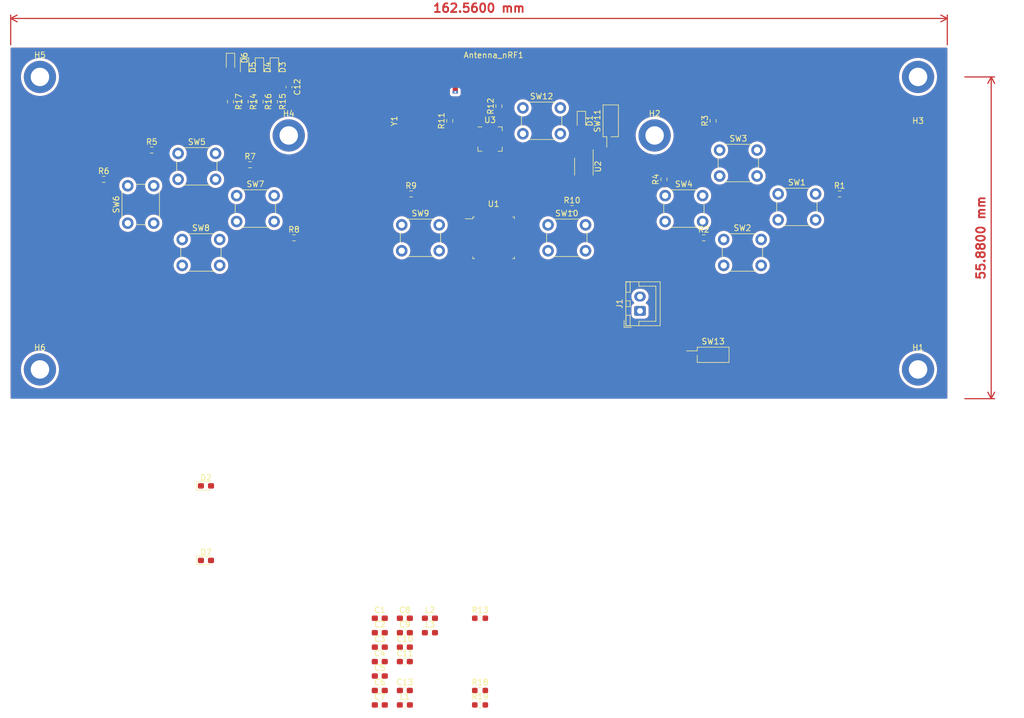
<source format=kicad_pcb>
(kicad_pcb (version 20221018) (generator pcbnew)
  (layers (0 "F.Cu" signal) (31 "B.Cu" signal) (34 "B.Paste" user) (35 "F.Paste" user) (36 "B.SilkS" user "B.Silkscreen") (37 "F.SilkS" user "F.Silkscreen") (38 "B.Mask" user) (39 "F.Mask" user) (44 "Edge.Cuts" user))
  (net 0 "")
  (net 1 "Antenna")
  (net 2 "A_Button")
  (net 3 "Glob_Alim")
  (net 4 "Return_ANT")
  (net 5 "Net-(C4-Pad2)")
  (net 6 "Net-(U3-XC1)")
  (net 7 "Net-(U3-XC2)")
  (net 8 "Net-(U3-DVDD)")
  (net 9 "Net-(U2-BP)")
  (net 10 "Li-ion")
  (net 11 "Net-(D1-A)")
  (net 12 "Net-(D2-K)")
  (net 13 "LED_Order")
  (net 14 "Net-(D3-A)")
  (net 15 "Net-(D4-A)")
  (net 16 "Net-(D5-A)")
  (net 17 "Net-(D6-A)")
  (net 18 "Net-(D7-K)")
  (net 19 "Net-(U3-ANT1)")
  (net 20 "Net-(U3-ANT2)")
  (net 21 "Net-(R1-Pad1)")
  (net 22 "Net-(R2-Pad1)")
  (net 23 "Net-(R3-Pad1)")
  (net 24 "Net-(R4-Pad1)")
  (net 25 "Net-(R5-Pad1)")
  (net 26 "Net-(R6-Pad1)")
  (net 27 "Net-(R7-Pad1)")
  (net 28 "Net-(R8-Pad1)")
  (net 29 "Net-(R9-Pad1)")
  (net 30 "Net-(R10-Pad1)")
  (net 31 "Net-(U3-IREF)")
  (net 32 "Order_Search")
  (net 33 "Net-(R19-Pad1)")
  (net 34 "Net-(U2-IN)")
  (net 40 "RX{slash}TX")
  (net 43 "Pin_Clock")
  (net 44 "Digital_Out_Put")
  (net 45 "MOSI")
  (footprint "Resistor_SMD:R_0603_1608Metric_Pad0.98x0.95mm_HandSolder" (layer "F.Cu") (at 140.6125 71.12)
    (fp_text reference "R9" (at 0 -1.43) (layer "F.SilkS"))
    (fp_text value "1K")
    (pad "1" smd roundrect (at -0.9125 0) (size 0.975 0.95) (layers "F.Cu" "F.Paste" "F.Mask") (net 29 "Net-(R9-Pad1)"))
    (pad "2" smd roundrect (at 0.9125 0) (size 0.975 0.95) (layers "F.Cu" "F.Paste" "F.Mask") (net 2 "A_Button"))
  )
  (footprint "Package_SO:MSOP-8_3x3mm_P0.65mm" (layer "F.Cu") (at 170.6075 66.365 -90)
    (fp_text reference "U2" (at 0 -2.45 90) (layer "F.SilkS"))
    (fp_text value "MIC5219-3.3YMM")
    (pad "1" smd roundrect (at -2.1125 -0.975 270) (size 1.625 0.4) (layers "F.Cu" "F.Paste" "F.Mask"))
    (pad "2" smd roundrect (at -2.1125 -0.325 270) (size 1.625 0.4) (layers "F.Cu" "F.Paste" "F.Mask") (net 34 "Net-(U2-IN)"))
    (pad "3" smd roundrect (at -2.1125 0.325 270) (size 1.625 0.4) (layers "F.Cu" "F.Paste" "F.Mask") (net 11 "Net-(D1-A)"))
    (pad "4" smd roundrect (at -2.1125 0.975 270) (size 1.625 0.4) (layers "F.Cu" "F.Paste" "F.Mask") (net 9 "Net-(U2-BP)"))
    (pad "5" smd roundrect (at 2.1125 0.975 270) (size 1.625 0.4) (layers "F.Cu" "F.Paste" "F.Mask") (net 2 "A_Button"))
    (pad "6" smd roundrect (at 2.1125 0.325 270) (size 1.625 0.4) (layers "F.Cu" "F.Paste" "F.Mask") (net 2 "A_Button"))
    (pad "7" smd roundrect (at 2.1125 -0.325 270) (size 1.625 0.4) (layers "F.Cu" "F.Paste" "F.Mask") (net 2 "A_Button"))
    (pad "8" smd roundrect (at 2.1125 -0.975 270) (size 1.625 0.4) (layers "F.Cu" "F.Paste" "F.Mask") (net 2 "A_Button"))
  )
  (footprint "Resistor_SMD:R_0603_1608Metric_Pad0.98x0.95mm_HandSolder" (layer "F.Cu") (at 112.6725 66.04)
    (fp_text reference "R7" (at 0 -1.43) (layer "F.SilkS"))
    (fp_text value "1K")
    (pad "1" smd roundrect (at -0.9125 0) (size 0.975 0.95) (layers "F.Cu" "F.Paste" "F.Mask") (net 27 "Net-(R7-Pad1)"))
    (pad "2" smd roundrect (at 0.9125 0) (size 0.975 0.95) (layers "F.Cu" "F.Paste" "F.Mask") (net 2 "A_Button"))
  )
  (footprint "Resistor_SMD:R_0603_1608Metric_Pad0.98x0.95mm_HandSolder" (layer "F.Cu") (at 152.5825 159.87)
    (fp_text reference "R19" (at 0 -1.43) (layer "F.SilkS"))
    (fp_text value "1K")
    (pad "1" smd roundrect (at -0.9125 0) (size 0.975 0.95) (layers "F.Cu" "F.Paste" "F.Mask") (net 33 "Net-(R19-Pad1)"))
    (pad "2" smd roundrect (at 0.9125 0) (size 0.975 0.95) (layers "F.Cu" "F.Paste" "F.Mask") (net 2 "A_Button"))
  )
  (footprint "Oscillator:Oscillator_SMD_EuroQuartz_XO91-4Pin_7.0x5.0mm" (layer "F.Cu") (at 141.8 58.46 90)
    (fp_text reference "Y1" (at 0 -4.1 90) (layer "F.SilkS"))
    (fp_text value "16MHz")
    (pad "1" smd rect (at -2.5 2.1 90) (size 2 2) (layers "F.Cu" "F.Paste" "F.Mask") (net 7 "Net-(U3-XC2)"))
    (pad "2" smd rect (at 2.5 2.1 90) (size 2 2) (layers "F.Cu" "F.Paste" "F.Mask") (net 6 "Net-(U3-XC1)"))
    (pad "3" smd rect (at 2.5 -2.1 90) (size 2 2) (layers "F.Cu" "F.Paste" "F.Mask"))
    (pad "4" smd rect (at -2.5 -2.1 90) (size 2 2) (layers "F.Cu" "F.Paste" "F.Mask"))
  )
  (footprint "Button_Switch_THT:SW_PUSH_6mm_H5mm" (layer "F.Cu") (at 184.71 71.41)
    (fp_text reference "SW4" (at 3.25 -2) (layer "F.SilkS"))
    (fp_text value "SW_Push")
    (pad "1" thru_hole circle (at 0 0 90) (size 2 2) (drill 1.1) (layers "*.Cu" "*.Mask") (net 24 "Net-(R4-Pad1)"))
    (pad "1" thru_hole circle (at 6.5 0 90) (size 2 2) (drill 1.1) (layers "*.Cu" "*.Mask") (net 24 "Net-(R4-Pad1)"))
    (pad "2" thru_hole circle (at 0 4.5 90) (size 2 2) (drill 1.1) (layers "*.Cu" "*.Mask") (net 3 "Glob_Alim"))
    (pad "2" thru_hole circle (at 6.5 4.5 90) (size 2 2) (drill 1.1) (layers "*.Cu" "*.Mask") (net 3 "Glob_Alim"))
  )
  (footprint "MountingHole:MountingHole_3.2mm_M3_DIN965_Pad" (layer "F.Cu") (at 228.6 101.6)
    (fp_text reference "H1" (at 0 -3.8) (layer "F.SilkS"))
    (fp_text value "MountingHole_Pad")
    (pad "1" thru_hole circle (at 0 0) (size 5.6 5.6) (drill 3.2) (layers "*.Cu" "*.Mask") (net 2 "A_Button"))
  )
  (footprint "Resistor_SMD:R_0603_1608Metric_Pad0.98x0.95mm_HandSolder" (layer "F.Cu") (at 116.89 55.09 -90)
    (fp_text reference "R15" (at 0 -1.43 90) (layer "F.SilkS"))
    (fp_text value "R_Small")
    (pad "1" smd roundrect (at -0.9125 0 270) (size 0.975 0.95) (layers "F.Cu" "F.Paste" "F.Mask") (net 10 "Li-ion"))
    (pad "2" smd roundrect (at 0.9125 0 270) (size 0.975 0.95) (layers "F.Cu" "F.Paste" "F.Mask") (net 14 "Net-(D3-A)"))
  )
  (footprint "Inductor_SMD:L_0603_1608Metric_Pad1.05x0.95mm_HandSolder" (layer "F.Cu") (at 143.8825 147.32)
    (fp_text reference "L3" (at 0 -1.43) (layer "F.SilkS"))
    (fp_text value "8.2nF")
    (pad "1" smd roundrect (at -0.875 0) (size 1.05 0.95) (layers "F.Cu" "F.Paste" "F.Mask") (net 20 "Net-(U3-ANT2)"))
    (pad "2" smd roundrect (at 0.875 0) (size 1.05 0.95) (layers "F.Cu" "F.Paste" "F.Mask") (net 19 "Net-(U3-ANT1)"))
  )
  (footprint "Resistor_SMD:R_0603_1608Metric_Pad0.98x0.95mm_HandSolder" (layer "F.Cu") (at 152.5825 144.81)
    (fp_text reference "R13" (at 0 -1.43) (layer "F.SilkS"))
    (fp_text value "1K")
    (pad "1" smd roundrect (at -0.9125 0) (size 0.975 0.95) (layers "F.Cu" "F.Paste" "F.Mask") (net 32 "Order_Search"))
    (pad "2" smd roundrect (at 0.9125 0) (size 0.975 0.95) (layers "F.Cu" "F.Paste" "F.Mask") (net 2 "A_Button"))
  )
  (footprint "Button_Switch_SMD:SW_DIP_SPSTx01_Slide_Copal_CHS-01B_W7.62mm_P1.27mm" (layer "F.Cu") (at 193.04 99.06)
    (fp_text reference "SW13" (at 0 -2.33) (layer "F.SilkS"))
    (fp_text value "SW_DIP_x01")
    (pad "1" smd rect (at -3.81 0) (size 1.6 0.76) (layers "F.Cu" "F.Paste" "F.Mask") (net 33 "Net-(R19-Pad1)"))
    (pad "2" smd rect (at 3.81 0) (size 1.6 0.76) (layers "F.Cu" "F.Paste" "F.Mask") (net 3 "Glob_Alim"))
  )
  (footprint "LED_SMD:LED_0603_1608Metric_Pad1.05x0.95mm_HandSolder" (layer "F.Cu") (at 114.3 49.135 -90)
    (fp_text reference "D4" (at 0 -1.43 90) (layer "F.SilkS"))
    (fp_text value "LED")
    (pad "1" smd roundrect (at -0.875 0 270) (size 1.05 0.95) (layers "F.Cu" "F.Paste" "F.Mask") (net 2 "A_Button"))
    (pad "2" smd roundrect (at 0.875 0 270) (size 1.05 0.95) (layers "F.Cu" "F.Paste" "F.Mask") (net 15 "Net-(D4-A)"))
  )
  (footprint "LED_SMD:LED_0603_1608Metric_Pad1.05x0.95mm_HandSolder" (layer "F.Cu") (at 109.27 48.345 -90)
    (fp_text reference "D6" (at -0.87 -2.44 90) (layer "F.SilkS"))
    (fp_text value "LED")
    (pad "1" smd roundrect (at -0.875 0 270) (size 1.05 0.95) (layers "F.Cu" "F.Paste" "F.Mask") (net 2 "A_Button"))
    (pad "2" smd roundrect (at 0.875 0 270) (size 1.05 0.95) (layers "F.Cu" "F.Paste" "F.Mask") (net 17 "Net-(D6-A)"))
  )
  (footprint "LED_SMD:LED_0603_1608Metric_Pad1.05x0.95mm_HandSolder" (layer "F.Cu") (at 116.89 49.135 -90)
    (fp_text reference "D3" (at 0 -1.43 90) (layer "F.SilkS"))
    (fp_text value "LED")
    (pad "1" smd roundrect (at -0.875 0 270) (size 1.05 0.95) (layers "F.Cu" "F.Paste" "F.Mask") (net 2 "A_Button"))
    (pad "2" smd roundrect (at 0.875 0 270) (size 1.05 0.95) (layers "F.Cu" "F.Paste" "F.Mask") (net 14 "Net-(D3-A)"))
  )
  (footprint "Capacitor_SMD:C_0603_1608Metric_Pad1.08x0.95mm_HandSolder" (layer "F.Cu") (at 135.1825 149.83)
    (fp_text reference "C3" (at 0 -1.43) (layer "F.SilkS"))
    (fp_text value "2.2nF")
    (pad "1" smd roundrect (at -0.8625 0) (size 1.075 0.95) (layers "F.Cu" "F.Paste" "F.Mask") (net 4 "Return_ANT"))
    (pad "2" smd roundrect (at 0.8625 0) (size 1.075 0.95) (layers "F.Cu" "F.Paste" "F.Mask") (net 2 "A_Button"))
  )
  (footprint "Capacitor_SMD:C_0603_1608Metric_Pad1.08x0.95mm_HandSolder" (layer "F.Cu") (at 139.5325 157.36)
    (fp_text reference "C13" (at 0 -1.43) (layer "F.SilkS"))
    (fp_text value "1u")
    (pad "1" smd roundrect (at -0.8625 0) (size 1.075 0.95) (layers "F.Cu" "F.Paste" "F.Mask") (net 10 "Li-ion"))
    (pad "2" smd roundrect (at 0.8625 0) (size 1.075 0.95) (layers "F.Cu" "F.Paste" "F.Mask") (net 2 "A_Button"))
  )
  (footprint "Resistor_SMD:R_0603_1608Metric_Pad0.98x0.95mm_HandSolder" (layer "F.Cu") (at 191.4125 78.74)
    (fp_text reference "R2" (at 0 -1.43) (layer "F.SilkS"))
    (fp_text value "1K")
    (pad "1" smd roundrect (at -0.9125 0) (size 0.975 0.95) (layers "F.Cu" "F.Paste" "F.Mask") (net 22 "Net-(R2-Pad1)"))
    (pad "2" smd roundrect (at 0.9125 0) (size 0.975 0.95) (layers "F.Cu" "F.Paste" "F.Mask") (net 2 "A_Button"))
  )
  (footprint "Button_Switch_THT:SW_PUSH_6mm_H5mm" (layer "F.Cu") (at 100.89 79.03)
    (fp_text reference "SW8" (at 3.25 -2) (layer "F.SilkS"))
    (fp_text value "SW_Push")
    (pad "1" thru_hole circle (at 0 0 90) (size 2 2) (drill 1.1) (layers "*.Cu" "*.Mask") (net 28 "Net-(R8-Pad1)"))
    (pad "1" thru_hole circle (at 6.5 0 90) (size 2 2) (drill 1.1) (layers "*.Cu" "*.Mask") (net 28 "Net-(R8-Pad1)"))
    (pad "2" thru_hole circle (at 0 4.5 90) (size 2 2) (drill 1.1) (layers "*.Cu" "*.Mask") (net 3 "Glob_Alim"))
    (pad "2" thru_hole circle (at 6.5 4.5 90) (size 2 2) (drill 1.1) (layers "*.Cu" "*.Mask") (net 3 "Glob_Alim"))
  )
  (footprint "Package_QFP:LQFP-32_7x7mm_P0.8mm" (layer "F.Cu") (at 154.94 78.74)
    (fp_text reference "U1" (at 0 -5.88) (layer "F.SilkS"))
    (fp_text value "STM32L412KBTx")
    (pad "1" smd roundrect (at -4.175 -2.8) (size 1.5 0.5) (layers "F.Cu" "F.Paste" "F.Mask") (net 18 "Net-(D7-K)"))
    (pad "2" smd roundrect (at -4.175 -2) (size 1.5 0.5) (layers "F.Cu" "F.Paste" "F.Mask"))
    (pad "3" smd roundrect (at -4.175 -1.2) (size 1.5 0.5) (layers "F.Cu" "F.Paste" "F.Mask"))
    (pad "4" smd roundrect (at -4.175 -0.4) (size 1.5 0.5) (layers "F.Cu" "F.Paste" "F.Mask"))
    (pad "5" smd roundrect (at -4.175 0.4) (size 1.5 0.5) (layers "F.Cu" "F.Paste" "F.Mask") (net 18 "Net-(D7-K)"))
    (pad "6" smd roundrect (at -4.175 1.2) (size 1.5 0.5) (layers "F.Cu" "F.Paste" "F.Mask") (net 2 "A_Button"))
    (pad "7" smd roundrect (at -4.175 2) (size 1.5 0.5) (layers "F.Cu" "F.Paste" "F.Mask") (net 2 "A_Button"))
    (pad "8" smd roundrect (at -4.175 2.8) (size 1.5 0.5) (layers "F.Cu" "F.Paste" "F.Mask") (net 2 "A_Button"))
    (pad "9" smd roundrect (at -2.8 4.175) (size 0.5 1.5) (layers "F.Cu" "F.Paste" "F.Mask") (net 2 "A_Button"))
    (pad "10" smd roundrect (at -2 4.175) (size 0.5 1.5) (layers "F.Cu" "F.Paste" "F.Mask") (net 2 "A_Button"))
    (pad "11" smd roundrect (at -1.2 4.175) (size 0.5 1.5) (layers "F.Cu" "F.Paste" "F.Mask") (net 2 "A_Button"))
    (pad "12" smd roundrect (at -0.4 4.175) (size 0.5 1.5) (layers "F.Cu" "F.Paste" "F.Mask") (net 2 "A_Button"))
    (pad "13" smd roundrect (at 0.4 4.175) (size 0.5 1.5) (layers "F.Cu" "F.Paste" "F.Mask") (net 2 "A_Button"))
    (pad "14" smd roundrect (at 1.2 4.175) (size 0.5 1.5) (layers "F.Cu" "F.Paste" "F.Mask"))
    (pad "15" smd roundrect (at 2 4.175) (size 0.5 1.5) (layers "F.Cu" "F.Paste" "F.Mask"))
    (pad "16" smd roundrect (at 2.8 4.175) (size 0.5 1.5) (layers "F.Cu" "F.Paste" "F.Mask") (net 2 "A_Button"))
    (pad "17" smd roundrect (at 4.175 2.8) (size 1.5 0.5) (layers "F.Cu" "F.Paste" "F.Mask") (net 18 "Net-(D7-K)"))
    (pad "18" smd roundrect (at 4.175 2) (size 1.5 0.5) (layers "F.Cu" "F.Paste" "F.Mask") (net 2 "A_Button"))
    (pad "19" smd roundrect (at 4.175 1.2) (size 1.5 0.5) (layers "F.Cu" "F.Paste" "F.Mask") (net 2 "A_Button"))
    (pad "20" smd roundrect (at 4.175 0.4) (size 1.5 0.5) (layers "F.Cu" "F.Paste" "F.Mask") (net 32 "Order_Search"))
    (pad "21" smd roundrect (at 4.175 -0.4) (size 1.5 0.5) (layers "F.Cu" "F.Paste" "F.Mask") (net 40 "RX{slash}TX"))
    (pad "22" smd roundrect (at 4.175 -1.2) (size 1.5 0.5) (layers "F.Cu" "F.Paste" "F.Mask") (net 13 "LED_Order"))
    (pad "23" smd roundrect (at 4.175 -2) (size 1.5 0.5) (layers "F.Cu" "F.Paste" "F.Mask") (net 2 "A_Button"))
    (pad "24" smd roundrect (at 4.175 -2.8) (size 1.5 0.5) (layers "F.Cu" "F.Paste" "F.Mask"))
    (pad "25" smd roundrect (at 2.8 -4.175) (size 0.5 1.5) (layers "F.Cu" "F.Paste" "F.Mask"))
    (pad "26" smd roundrect (at 2 -4.175) (size 0.5 1.5) (layers "F.Cu" "F.Paste" "F.Mask") (net 43 "Pin_Clock"))
    (pad "27" smd roundrect (at 1.2 -4.175) (size 0.5 1.5) (layers "F.Cu" "F.Paste" "F.Mask") (net 44 "Digital_Out_Put"))
    (pad "28" smd roundrect (at 0.4 -4.175) (size 0.5 1.5) (layers "F.Cu" "F.Paste" "F.Mask") (net 45 "MOSI"))
    (pad "29" smd roundrect (at -0.4 -4.175) (size 0.5 1.5) (layers "F.Cu" "F.Paste" "F.Mask"))
    (pad "30" smd roundrect (at -1.2 -4.175) (size 0.5 1.5) (layers "F.Cu" "F.Paste" "F.Mask"))
    (pad "31" smd roundrect (at -2 -4.175) (size 0.5 1.5) (layers "F.Cu" "F.Paste" "F.Mask"))
    (pad "32" smd roundrect (at -2.8 -4.175) (size 0.5 1.5) (layers "F.Cu" "F.Paste" "F.Mask") (net 2 "A_Button"))
  )
  (footprint "LED_SMD:LED_0603_1608Metric_Pad1.05x0.95mm_HandSolder" (layer "F.Cu") (at 170.18 58.42 -90)
    (fp_text reference "D1" (at 0 -1.43 90) (layer "F.SilkS"))
    (fp_text value "LED_Small")
    (pad "1" smd roundrect (at -0.875 0 270) (size 1.05 0.95) (layers "F.Cu" "F.Paste" "F.Mask") (net 3 "Glob_Alim"))
    (pad "2" smd roundrect (at 0.875 0 270) (size 1.05 0.95) (layers "F.Cu" "F.Paste" "F.Mask") (net 11 "Net-(D1-A)"))
  )
  (footprint "Capacitor_SMD:C_0603_1608Metric_Pad1.08x0.95mm_HandSolder" (layer "F.Cu") (at 135.1825 144.81)
    (fp_text reference "C1" (at 0 -1.43) (layer "F.SilkS"))
    (fp_text value "100nF")
    (pad "1" smd roundrect (at -0.8625 0) (size 1.075 0.95) (layers "F.Cu" "F.Paste" "F.Mask") (net 3 "Glob_Alim"))
    (pad "2" smd roundrect (at 0.8625 0) (size 1.075 0.95) (layers "F.Cu" "F.Paste" "F.Mask") (net 2 "A_Button"))
  )
  (footprint "Resistor_SMD:R_0603_1608Metric_Pad0.98x0.95mm_HandSolder" (layer "F.Cu") (at 214.9875 71.12)
    (fp_text reference "R1" (at 0 -1.43) (layer "F.SilkS"))
    (fp_text value "1K")
    (pad "1" smd roundrect (at -0.9125 0) (size 0.975 0.95) (layers "F.Cu" "F.Paste" "F.Mask") (net 21 "Net-(R1-Pad1)"))
    (pad "2" smd roundrect (at 0.9125 0) (size 0.975 0.95) (layers "F.Cu" "F.Paste" "F.Mask") (net 2 "A_Button"))
  )
  (footprint "MountingHole:MountingHole_3.2mm_M3_DIN965_Pad" (layer "F.Cu") (at 182.88 60.96)
    (fp_text reference "H2" (at 0 -3.8) (layer "F.SilkS"))
    (fp_text value "MountingHole_Pad")
    (pad "1" thru_hole circle (at 0 0) (size 5.6 5.6) (drill 3.2) (layers "*.Cu" "*.Mask") (net 2 "A_Button"))
  )
  (footprint "Capacitor_SMD:C_0603_1608Metric_Pad1.08x0.95mm_HandSolder" (layer "F.Cu") (at 135.1825 157.36)
    (fp_text reference "C6" (at 0 -1.43) (layer "F.SilkS"))
    (fp_text value "22nF")
    (pad "1" smd roundrect (at -0.8625 0) (size 1.075 0.95) (layers "F.Cu" "F.Paste" "F.Mask") (net 2 "A_Button"))
    (pad "2" smd roundrect (at 0.8625 0) (size 1.075 0.95) (layers "F.Cu" "F.Paste" "F.Mask") (net 6 "Net-(U3-XC1)"))
  )
  (footprint "Button_Switch_THT:SW_PUSH_6mm_H5mm" (layer "F.Cu") (at 91.44 76.2 90)
    (fp_text reference "SW6" (at 3.25 -2 90) (layer "F.SilkS"))
    (fp_text value "SW_Push")
    (pad "1" thru_hole circle (at 0 0 180) (size 2 2) (drill 1.1) (layers "*.Cu" "*.Mask") (net 26 "Net-(R6-Pad1)"))
    (pad "1" thru_hole circle (at 6.5 0 180) (size 2 2) (drill 1.1) (layers "*.Cu" "*.Mask") (net 26 "Net-(R6-Pad1)"))
    (pad "2" thru_hole circle (at 0 4.5 180) (size 2 2) (drill 1.1) (layers "*.Cu" "*.Mask") (net 3 "Glob_Alim"))
    (pad "2" thru_hole circle (at 6.5 4.5 180) (size 2 2) (drill 1.1) (layers "*.Cu" "*.Mask") (net 3 "Glob_Alim"))
  )
  (footprint "LED_SMD:LED_0603_1608Metric_Pad1.05x0.95mm_HandSolder" (layer "F.Cu") (at 111.71 49.135 -90)
    (fp_text reference "D5" (at 0 -1.43 90) (layer "F.SilkS"))
    (fp_text value "LED")
    (pad "1" smd roundrect (at -0.875 0 270) (size 1.05 0.95) (layers "F.Cu" "F.Paste" "F.Mask") (net 2 "A_Button"))
    (pad "2" smd roundrect (at 0.875 0 270) (size 1.05 0.95) (layers "F.Cu" "F.Paste" "F.Mask") (net 16 "Net-(D5-A)"))
  )
  (footprint "Button_Switch_THT:SW_PUSH_6mm_H5mm" (layer "F.Cu") (at 164.39 76.49)
    (fp_text reference "SW10" (at 3.25 -2) (layer "F.SilkS"))
    (fp_text value "SW_Push")
    (pad "1" thru_hole circle (at 0 0 90) (size 2 2) (drill 1.1) (layers "*.Cu" "*.Mask") (net 30 "Net-(R10-Pad1)"))
    (pad "1" thru_hole circle (at 6.5 0 90) (size 2 2) (drill 1.1) (layers "*.Cu" "*.Mask") (net 30 "Net-(R10-Pad1)"))
    (pad "2" thru_hole circle (at 0 4.5 90) (size 2 2) (drill 1.1) (layers "*.Cu" "*.Mask") (net 3 "Glob_Alim"))
    (pad "2" thru_hole circle (at 6.5 4.5 90) (size 2 2) (drill 1.1) (layers "*.Cu" "*.Mask") (net 3 "Glob_Alim"))
  )
  (footprint "Connector_JST:JST_XH_B2B-XH-A_1x02_P2.50mm_Vertical" (layer "F.Cu") (at 180.34 91.44 90)
    (fp_text reference "J1" (at 1.25 -3.55 90) (layer "F.SilkS"))
    (fp_text value "Conn_01x02")
    (pad "1" thru_hole roundrect (at 0 0 90) (size 1.7 2) (drill 1) (layers "*.Cu" "*.Mask") (roundrect_rratio 0.147059) (net 10 "Li-ion"))
    (pad "2" thru_hole oval (at 2.5 0 90) (size 1.7 2) (drill 1) (layers "*.Cu" "*.Mask") (net 2 "A_Button"))
  )
  (footprint "Resistor_SMD:R_0603_1608Metric_Pad0.98x0.95mm_HandSolder" (layer "F.Cu") (at 193.04 58.42 90)
    (fp_text reference "R3" (at 0 -1.43 90) (layer "F.SilkS"))
    (fp_text value "1K")
    (pad "1" smd roundrect (at -0.9125 0 90) (size 0.975 0.95) (layers "F.Cu" "F.Paste" "F.Mask") (net 23 "Net-(R3-Pad1)"))
    (pad "2" smd roundrect (at 0.9125 0 90) (size 0.975 0.95) (layers "F.Cu" "F.Paste" "F.Mask") (net 2 "A_Button"))
  )
  (footprint "Resistor_SMD:R_0603_1608Metric_Pad0.98x0.95mm_HandSolder" (layer "F.Cu") (at 114.41 55.09 -90)
    (fp_text reference "R16" (at 0 -1.43 90) (layer "F.SilkS"))
    (fp_text value "R_Small")
    (pad "1" smd roundrect (at -0.9125 0 270) (size 0.975 0.95) (layers "F.Cu" "F.Paste" "F.Mask") (net 10 "Li-ion"))
    (pad "2" smd roundrect (at 0.9125 0 270) (size 0.975 0.95) (layers "F.Cu" "F.Paste" "F.Mask") (net 15 "Net-(D4-A)"))
  )
  (footprint "MountingHole:MountingHole_3.2mm_M3_DIN965_Pad" (layer "F.Cu") (at 76.2 50.8)
    (fp_text reference "H5" (at 0 -3.8) (layer "F.SilkS"))
    (fp_text value "MountingHole_Pad")
    (pad "1" thru_hole circle (at 0 0) (size 5.6 5.6) (drill 3.2) (layers "*.Cu" "*.Mask") (net 2 "A_Button"))
  )
  (footprint "Capacitor_SMD:C_0603_1608Metric_Pad1.08x0.95mm_HandSolder" (layer "F.Cu") (at 139.5325 144.81)
    (fp_text reference "C8" (at 0 -1.43) (layer "F.SilkS"))
    (fp_text value "33nF")
    (pad "1" smd roundrect (at -0.8625 0) (size 1.075 0.95) (layers "F.Cu" "F.Paste" "F.Mask") (net 8 "Net-(U3-DVDD)"))
    (pad "2" smd roundrect (at 0.8625 0) (size 1.075 0.95) (layers "F.Cu" "F.Paste" "F.Mask") (net 2 "A_Button"))
  )
  (footprint "Resistor_SMD:R_0603_1608Metric_Pad0.98x0.95mm_HandSolder" (layer "F.Cu") (at 111.81 55.09 -90)
    (fp_text reference "R14" (at 0 -1.43 90) (layer "F.SilkS"))
    (fp_text value "R_Small")
    (pad "1" smd roundrect (at -0.9125 0 270) (size 0.975 0.95) (layers "F.Cu" "F.Paste" "F.Mask") (net 10 "Li-ion"))
    (pad "2" smd roundrect (at 0.9125 0 270) (size 0.975 0.95) (layers "F.Cu" "F.Paste" "F.Mask") (net 16 "Net-(D5-A)"))
  )
  (footprint "Capacitor_SMD:C_0603_1608Metric_Pad1.08x0.95mm_HandSolder" (layer "F.Cu") (at 135.1825 152.34)
    (fp_text reference "C4" (at 0 -1.43) (layer "F.SilkS"))
    (fp_text value "1.5nF")
    (pad "1" smd roundrect (at -0.8625 0) (size 1.075 0.95) (layers "F.Cu" "F.Paste" "F.Mask") (net 1 "Antenna"))
    (pad "2" smd roundrect (at 0.8625 0) (size 1.075 0.95) (layers "F.Cu" "F.Paste" "F.Mask") (net 5 "Net-(C4-Pad2)"))
  )
  (footprint "Button_Switch_THT:SW_PUSH_6mm_H5mm" (layer "F.Cu") (at 138.99 76.49)
    (fp_text reference "SW9" (at 3.25 -2) (layer "F.SilkS"))
    (fp_text value "SW_Push")
    (pad "1" thru_hole circle (at 0 0 90) (size 2 2) (drill 1.1) (layers "*.Cu" "*.Mask") (net 29 "Net-(R9-Pad1)"))
    (pad "1" thru_hole circle (at 6.5 0 90) (size 2 2) (drill 1.1) (layers "*.Cu" "*.Mask") (net 29 "Net-(R9-Pad1)"))
    (pad "2" thru_hole circle (at 0 4.5 90) (size 2 2) (drill 1.1) (layers "*.Cu" "*.Mask") (net 3 "Glob_Alim"))
    (pad "2" thru_hole circle (at 6.5 4.5 90) (size 2 2) (drill 1.1) (layers "*.Cu" "*.Mask") (net 3 "Glob_Alim"))
  )
  (footprint "Capacitor_SMD:C_0603_1608Metric_Pad1.08x0.95mm_HandSolder" (layer "F.Cu") (at 135.1825 154.85)
    (fp_text reference "C5" (at 0 -1.43) (layer "F.SilkS"))
    (fp_text value "1.0nF")
    (pad "1" smd roundrect (at -0.8625 0) (size 1.075 0.95) (layers "F.Cu" "F.Paste" "F.Mask") (net 1 "Antenna"))
    (pad "2" smd roundrect (at 0.8625 0) (size 1.075 0.95) (layers "F.Cu" "F.Paste" "F.Mask") (net 2 "A_Button"))
  )
  (footprint "Capacitor_SMD:C_0603_1608Metric_Pad1.08x0.95mm_HandSolder" (layer "F.Cu") (at 135.1825 147.32)
    (fp_text reference "C2" (at 0 -1.43) (layer "F.SilkS"))
    (fp_text value "4.7nF")
    (pad "1" smd roundrect (at -0.8625 0) (size 1.075 0.95) (layers "F.Cu" "F.Paste" "F.Mask") (net 2 "A_Button"))
    (pad "2" smd roundrect (at 0.8625 0) (size 1.075 0.95) (layers "F.Cu" "F.Paste" "F.Mask") (net 4 "Return_ANT"))
  )
  (footprint "Capacitor_SMD:C_0603_1608Metric_Pad1.08x0.95mm_HandSolder" (layer "F.Cu") (at 135.1825 159.87)
    (fp_text reference "C7" (at 0 -1.43) (layer "F.SilkS"))
    (fp_text value "22nF")
    (pad "1" smd roundrect (at -0.8625 0) (size 1.075 0.95) (layers "F.Cu" "F.Paste" "F.Mask") (net 2 "A_Button"))
    (pad "2" smd roundrect (at 0.8625 0) (size 1.075 0.95) (layers "F.Cu" "F.Paste" "F.Mask") (net 7 "Net-(U3-XC2)"))
  )
  (footprint "MountingHole:MountingHole_3.2mm_M3_DIN965_Pad" (layer "F.Cu") (at 228.6 50.8)
    (fp_text reference "H3" (at 0 7.62) (layer "F.SilkS"))
    (fp_text value "MountingHole_Pad")
    (pad "1" thru_hole circle (at 0 0) (size 5.6 5.6) (drill 3.2) (layers "*.Cu" "*.Mask") (net 2 "A_Button"))
  )
  (footprint "MountingHole:MountingHole_3.2mm_M3_DIN965_Pad" (layer "F.Cu") (at 119.38 60.96)
    (fp_text reference "H4" (at 0 -3.8) (layer "F.SilkS"))
    (fp_text value "MountingHole_Pad")
    (pad "1" thru_hole circle (at 0 0) (size 5.6 5.6) (drill 3.2) (layers "*.Cu" "*.Mask") (net 2 "A_Button"))
  )
  (footprint "Resistor_SMD:R_0603_1608Metric_Pad0.98x0.95mm_HandSolder" (layer "F.Cu") (at 87.2725 68.58)
    (fp_text reference "R6" (at 0 -1.43) (layer "F.SilkS"))
    (fp_text value "1K")
    (pad "1" smd roundrect (at -0.9125 0) (size 0.975 0.95) (layers "F.Cu" "F.Paste" "F.Mask") (net 26 "Net-(R6-Pad1)"))
    (pad "2" smd roundrect (at 0.9125 0) (size 0.975 0.95) (layers "F.Cu" "F.Paste" "F.Mask") (net 2 "A_Button"))
  )
  (footprint "Capacitor_SMD:C_0603_1608Metric_Pad1.08x0.95mm_HandSolder" (layer "F.Cu") (at 139.5325 152.34)
    (fp_text reference "C11" (at 0 -1.43) (layer "F.SilkS"))
    (fp_text value "C_Small")
    (pad "1" smd roundrect (at -0.8625 0) (size 1.075 0.95) (layers "F.Cu" "F.Paste" "F.Mask") (net 9 "Net-(U2-BP)"))
    (pad "2" smd roundrect (at 0.8625 0) (size 1.075 0.95) (layers "F.Cu" "F.Paste" "F.Mask") (net 2 "A_Button"))
  )
  (footprint "Button_Switch_THT:SW_PUSH_6mm_H5mm" (layer "F.Cu") (at 160.02 56.17)
    (fp_text reference "SW12" (at 3.25 -2) (layer "F.SilkS"))
    (fp_text value "SW_Push")
    (pad "1" thru_hole circle (at 0 0 90) (size 2 2) (drill 1.1) (layers "*.Cu" "*.Mask") (net 32 "Order_Search"))
    (pad "1" thru_hole circle (at 6.5 0 90) (size 2 2) (drill 1.1) (layers "*.Cu" "*.Mask") (net 32 "Order_Search"))
    (pad "2" thru_hole circle (at 0 4.5 90) (size 2 2) (drill 1.1) (layers "*.Cu" "*.Mask") (net 3 "Glob_Alim"))
    (pad "2" thru_hole circle (at 6.5 4.5 90) (size 2 2) (drill 1.1) (layers "*.Cu" "*.Mask") (net 3 "Glob_Alim"))
  )
  (footprint "Button_Switch_THT:SW_PUSH_6mm_H5mm" (layer "F.Cu") (at 194.87 79.03)
    (fp_text reference "SW2" (at 3.25 -2) (layer "F.SilkS"))
    (fp_text value "SW_Push")
    (pad "1" thru_hole circle (at 0 0 90) (size 2 2) (drill 1.1) (layers "*.Cu" "*.Mask") (net 22 "Net-(R2-Pad1)"))
    (pad "1" thru_hole circle (at 6.5 0 90) (size 2 2) (drill 1.1) (layers "*.Cu" "*.Mask") (net 22 "Net-(R2-Pad1)"))
    (pad "2" thru_hole circle (at 0 4.5 90) (size 2 2) (drill 1.1) (layers "*.Cu" "*.Mask") (net 3 "Glob_Alim"))
    (pad "2" thru_hole circle (at 6.5 4.5 90) (size 2 2) (drill 1.1) (layers "*.Cu" "*.Mask") (net 3 "Glob_Alim"))
  )
  (footprint "Button_Switch_THT:SW_PUSH_6mm_H5mm" (layer "F.Cu") (at 204.32 71.12)
    (fp_text reference "SW1" (at 3.25 -2) (layer "F.SilkS"))
    (fp_text value "SW_Push")
    (pad "1" thru_hole circle (at 0 0 90) (size 2 2) (drill 1.1) (layers "*.Cu" "*.Mask") (net 21 "Net-(R1-Pad1)"))
    (pad "1" thru_hole circle (at 6.5 0 90) (size 2 2) (drill 1.1) (layers "*.Cu" "*.Mask") (net 21 "Net-(R1-Pad1)"))
    (pad "2" thru_hole circle (at 0 4.5 90) (size 2 2) (drill 1.1) (layers "*.Cu" "*.Mask") (net 3 "Glob_Alim"))
    (pad "2" thru_hole circle (at 6.5 4.5 90) (size 2 2) (drill 1.1) (layers "*.Cu" "*.Mask") (net 3 "Glob_Alim"))
  )
  (footprint "Inductor_SMD:L_0603_1608Metric_Pad1.05x0.95mm_HandSolder" (layer "F.Cu") (at 143.8825 144.81)
    (fp_text reference "L2" (at 0 -1.43) (layer "F.SilkS"))
    (fp_text value "2.7nF")
    (pad "1" smd roundrect (at -0.875 0) (size 1.05 0.95) (layers "F.Cu" "F.Paste" "F.Mask") (net 20 "Net-(U3-ANT2)"))
    (pad "2" smd roundrect (at 0.875 0) (size 1.05 0.95) (layers "F.Cu" "F.Paste" "F.Mask") (net 4 "Return_ANT"))
  )
  (footprint "Resistor_SMD:R_0603_1608Metric_Pad0.98x0.95mm_HandSolder" (layer "F.Cu") (at 155.8525 55.88 90)
    (fp_text reference "R12" (at 0 -1.43 90) (layer "F.SilkS"))
    (fp_text value "22K")
    (pad "1" smd roundrect (at -0.9125 0 90) (size 0.975 0.95) (layers "F.Cu" "F.Paste" "F.Mask") (net 31 "Net-(U3-IREF)"))
    (pad "2" smd roundrect (at 0.9125 0 90) (size 0.975 0.95) (layers "F.Cu" "F.Paste" "F.Mask") (net 2 "A_Button"))
  )
  (footprint "Capacitor_SMD:C_0603_1608Metric_Pad1.08x0.95mm_HandSolder" (layer "F.Cu") (at 139.5325 149.83)
    (fp_text reference "C10" (at 0 -1.43) (layer "F.SilkS"))
    (fp_text value "10nF")
    (pad "1" smd roundrect (at -0.8625 0) (size 1.075 0.95) (layers "F.Cu" "F.Paste" "F.Mask") (net 3 "Glob_Alim"))
    (pad "2" smd roundrect (at 0.8625 0) (size 1.075 0.95) (layers "F.Cu" "F.Paste" "F.Mask") (net 2 "A_Button"))
  )
  (footprint "Resistor_SMD:R_0603_1608Metric_Pad0.98x0.95mm_HandSolder" (layer "F.Cu") (at 168.5525 73.66)
    (fp_text reference "R10" (at 0 -1.43) (layer "F.SilkS"))
    (fp_text value "1K")
    (pad "1" smd roundrect (at -0.9125 0) (size 0.975 0.95) (layers "F.Cu" "F.Paste" "F.Mask") (net 30 "Net-(R10-Pad1)"))
    (pad "2" smd roundrect (at 0.9125 0) (size 0.975 0.95) (layers "F.Cu" "F.Paste" "F.Mask") (net 2 "A_Button"))
  )
  (footprint "Resistor_SMD:R_0603_1608Metric_Pad0.98x0.95mm_HandSolder" (layer "F.Cu") (at 184.5075 68.58 90)
    (fp_text reference "R4" (at 0 -1.43 90) (layer "F.SilkS"))
    (fp_text value "1K")
    (pad "1" smd roundrect (at -0.9125 0 90) (size 0.975 0.95) (layers "F.Cu" "F.Paste" "F.Mask") (net 24 "Net-(R4-Pad1)"))
    (pad "2" smd roundrect (at 0.9125 0 90) (size 0.975 0.95) (layers "F.Cu" "F.Paste" "F.Mask") (net 2 "A_Button"))
  )
  (footprint "MountingHole:MountingHole_3.2mm_M3_DIN965_Pad" (layer "F.Cu") (at 76.2 101.6)
    (fp_text reference "H6" (at 0 -3.8) (layer "F.SilkS"))
    (fp_text value "MountingHole_Pad")
    (pad "1" thru_hole circle (at 0 0) (size 5.6 5.6) (drill 3.2) (layers "*.Cu" "*.Mask") (net 2 "A_Button"))
  )
  (footprint "LED_SMD:LED_0603_1608Metric_Pad1.05x0.95mm_HandSolder" (layer "F.Cu") (at 105.015 121.82)
    (fp_text reference "D2" (at 0 -1.43) (layer "F.SilkS"))
    (fp_text value "LED")
    (pad "1" smd roundrect (at -0.875 0) (size 1.05 0.95) (layers "F.Cu" "F.Paste" "F.Mask") (net 12 "Net-(D2-K)"))
    (pad "2" smd roundrect (at 0.875 0) (size 1.05 0.95) (layers "F.Cu" "F.Paste" "F.Mask") (net 13 "LED_Order"))
  )
  (footprint "Button_Switch_SMD:SW_DIP_SPSTx01_Slide_Copal_CHS-01B_W7.62mm_P1.27mm" (layer "F.Cu") (at 175.26 58.42 90)
    (fp_text reference "SW11" (at 0 -2.33 90) (layer "F.SilkS"))
    (fp_text value "SW_DIP_x01")
    (pad "1" smd rect (at -3.81 0 90) (size 1.6 0.76) (layers "F.Cu" "F.Paste" "F.Mask") (net 10 "Li-ion"))
    (pad "2" smd rect (at 3.81 0 90) (size 1.6 0.76) (layers "F.Cu" "F.Paste" "F.Mask") (net 34 "Net-(U2-IN)"))
  )
  (footprint "Package_DFN_QFN:QFN-20-1EP_4x4mm_P0.5mm_EP2.5x2.5mm" (layer "F.Cu") (at 154.315 61.585)
    (fp_text reference "U3" (at 0 -3.3) (layer "F.SilkS"))
    (fp_text value "NRF24L01")
    (pad "1" smd roundrect (at -1.9375 -1) (size 0.825 0.25) (layers "F.Cu" "F.Paste" "F.Mask") (net 40 "RX{slash}TX"))
    (pad "2" smd roundrect (at -1.9375 -0.5) (size 0.825 0.25) (layers "F.Cu" "F.Paste" "F.Mask"))
    (pad "3" smd roundrect (at -1.9375 0) (size 0.825 0.25) (layers "F.Cu" "F.Paste" "F.Mask") (net 43 "Pin_Clock"))
    (pad "4" smd roundrect (at -1.9375 0.5) (size 0.825 0.25) (layers "F.Cu" "F.Paste" "F.Mask") (net 45 "MOSI"))
    (pad "5" smd roundrect (at -1.9375 1) (size 0.825 0.25) (layers "F.Cu" "F.Paste" "F.Mask") (net 44 "Digital_Out_Put"))
    (pad "6" smd roundrect (at -1 1.9375) (size 0.25 0.825) (layers "F.Cu" "F.Paste" "F.Mask"))
    (pad "7" smd roundrect (at -0.5 1.9375) (size 0.25 0.825) (layers "F.Cu" "F.Paste" "F.Mask") (net 3 "Glob_Alim"))
    (pad "8" smd roundrect (at 0 1.9375) (size 0.25 0.825) (layers "F.Cu" "F.Paste" "F.Mask") (net 2 "A_Button"))
    (pad "9" smd roundrect (at 0.5 1.9375) (size 0.25 0.825) (layers "F.Cu" "F.Paste" "F.Mask") (net 7 "Net-(U3-XC2)"))
    (pad "10" smd roundrect (at 1 1.9375) (size 0.25 0.825) (layers "F.Cu" "F.Paste" "F.Mask") (net 6 "Net-(U3-XC1)"))
    (pad "11" smd roundrect (at 1.9375 1) (size 0.825 0.25) (layers "F.Cu" "F.Paste" "F.Mask") (net 4 "Return_ANT"))
    (pad "12" smd roundrect (at 1.9375 0.5) (size 0.825 0.25) (layers "F.Cu" "F.Paste" "F.Mask") (net 19 "Net-(U3-ANT1)"))
    (pad "13" smd roundrect (at 1.9375 0) (size 0.825 0.25) (layers "F.Cu" "F.Paste" "F.Mask") (net 20 "Net-(U3-ANT2)"))
    (pad "14" smd roundrect (at 1.9375 -0.5) (size 0.825 0.25) (layers "F.Cu" "F.Paste" "F.Mask") (net 2 "A_Button"))
    (pad "15" smd roundrect (at 1.9375 -1) (size 0.825 0.25) (layers "F.Cu" "F.Paste" "F.Mask") (net 3 "Glob_Alim"))
    (pad "16" smd roundrect (at 1 -1.9375) (size 0.25 0.825) (layers "F.Cu" "F.Paste" "F.Mask") (net 31 "Net-(U3-IREF)"))
    (pad "17" smd roundrect (at 0.5 -1.9375) (size 0.25 0.825) (layers "F.Cu" "F.Paste" "F.Mask") (net 2 "A_Button"))
    (pad "18" smd roundrect (at 0 -1.9375) (size 0.25 0.825) (layers "F.Cu" "F.Paste" "F.Mask") (net 3 "Glob_Alim"))
    (pad "19" smd roundrect (at -0.5 -1.9375) (size 0.25 0.825) (layers "F.Cu" "F.Paste" "F.Mask") (net 8 "Net-(U3-DVDD)"))
    (pad "20" smd roundrect (at -1 -1.9375) (size 0.25 0.825) (layers "F.Cu" "F.Paste" "F.Mask") (net 2 "A_Button"))
    (pad "21" smd rect (at 0 0) (size 2.5 2.5) (layers "F.Cu" "F.Mask"))
  )
  (footprint "Resistor_SMD:R_0603_1608Metric_Pad0.98x0.95mm_HandSolder" (layer "F.Cu") (at 95.6075 63.5)
    (fp_text reference "R5" (at 0 -1.43) (layer "F.SilkS"))
    (fp_text value "1K")
    (pad "1" smd roundrect (at -0.9125 0) (size 0.975 0.95) (layers "F.Cu" "F.Paste" "F.Mask") (net 25 "Net-(R5-Pad1)"))
    (pad "2" smd roundrect (at 0.9125 0) (size 0.975 0.95) (layers "F.Cu" "F.Paste" "F.Mask") (net 2 "A_Button"))
  )
  (footprint "Button_Switch_THT:SW_PUSH_6mm_H5mm" (layer "F.Cu") (at 194.16 63.5)
    (fp_text reference "SW3" (at 3.25 -2) (layer "F.SilkS"))
    (fp_text value "SW_Push")
    (pad "1" thru_hole circle (at 0 0 90) (size 2 2) (drill 1.1) (layers "*.Cu" "*.Mask") (net 23 "Net-(R3-Pad1)"))
    (pad "1" thru_hole circle (at 6.5 0 90) (size 2 2) (drill 1.1) (layers "*.Cu" "*.Mask") (net 23 "Net-(R3-Pad1)"))
    (pad "2" thru_hole circle (at 0 4.5 90) (size 2 2) (drill 1.1) (layers "*.Cu" "*.Mask") (net 3 "Glob_Alim"))
    (pad "2" thru_hole circle (at 6.5 4.5 90) (size 2 2) (drill 1.1) (layers "*.Cu" "*.Mask") (net 3 "Glob_Alim"))
  )
  (footprint "Capacitor_SMD:C_0603_1608Metric_Pad1.08x0.95mm_HandSolder" (layer "F.Cu") (at 139.5325 147.32)
    (fp_text reference "C9" (at 0 -1.43) (layer "F.SilkS"))
    (fp_text value "1nF")
    (pad "1" smd roundrect (at -0.8625 0) (size 1.075 0.95) (layers "F.Cu" "F.Paste" "F.Mask") (net 3 "Glob_Alim"))
    (pad "2" smd roundrect (at 0.8625 0) (size 1.075 0.95) (layers "F.Cu" "F.Paste" "F.Mask") (net 2 "A_Button"))
  )
  (footprint "Resistor_SMD:R_0603_1608Metric_Pad0.98x0.95mm_HandSolder" (layer "F.Cu") (at 109.27 55.09 -90)
    (fp_text reference "R17" (at 0 -1.43 90) (layer "F.SilkS"))
    (fp_text value "R_Small")
    (pad "1" smd roundrect (at -0.9125 0 270) (size 0.975 0.95) (layers "F.Cu" "F.Paste" "F.Mask") (net 10 "Li-ion"))
    (pad "2" smd roundrect (at 0.9125 0 270) (size 0.975 0.95) (layers "F.Cu" "F.Paste" "F.Mask") (net 17 "Net-(D6-A)"))
  )
  (footprint "Inductor_SMD:L_0603_1608Metric_Pad1.05x0.95mm_HandSolder" (layer "F.Cu") (at 139.5325 159.87)
    (fp_text reference "L1" (at 0 -1.43) (layer "F.SilkS"))
    (fp_text value "3.9nH")
    (pad "1" smd roundrect (at -0.875 0) (size 1.05 0.95) (layers "F.Cu" "F.Paste" "F.Mask") (net 19 "Net-(U3-ANT1)"))
    (pad "2" smd roundrect (at 0.875 0) (size 1.05 0.95) (layers "F.Cu" "F.Paste" "F.Mask") (net 5 "Net-(C4-Pad2)"))
  )
  (footprint "Button_Switch_THT:SW_PUSH_6mm_H5mm" (layer "F.Cu") (at 110.34 71.41)
    (fp_text reference "SW7" (at 3.25 -2) (layer "F.SilkS"))
    (fp_text value "SW_Push")
    (pad "1" thru_hole circle (at 0 0 90) (size 2 2) (drill 1.1) (layers "*.Cu" "*.Mask") (net 27 "Net-(R7-Pad1)"))
    (pad "1" thru_hole circle (at 6.5 0 90) (size 2 2) (drill 1.1) (layers "*.Cu" "*.Mask") (net 27 "Net-(R7-Pad1)"))
    (pad "2" thru_hole circle (at 0 4.5 90) (size 2 2) (drill 1.1) (layers "*.Cu" "*.Mask") (net 3 "Glob_Alim"))
    (pad "2" thru_hole circle (at 6.5 4.5 90) (size 2 2) (drill 1.1) (layers "*.Cu" "*.Mask") (net 3 "Glob_Alim"))
  )
  (footprint "Resistor_SMD:R_0603_1608Metric_Pad0.98x0.95mm_HandSolder" (layer "F.Cu") (at 147.32 58.42 90)
    (fp_text reference "R11" (at 0 -1.43 90) (layer "F.SilkS"))
    (fp_text value "1M")
    (pad "1" smd roundrect (at -0.9125 0 90) (size 0.975 0.95) (layers "F.Cu" "F.Paste" "F.Mask") (net 6 "Net-(U3-XC1)"))
    (pad "2" smd roundrect (at 0.9125 0 90) (size 0.975 0.95) (layers "F.Cu" "F.Paste" "F.Mask") (net 7 "Net-(U3-XC2)"))
  )
  (footprint "Diode_SMD:D_0603_1608Metric_Pad1.05x0.95mm_HandSolder" (layer "F.Cu") (at 105.015 134.77)
    (fp_text reference "D7" (at 0 -1.43) (layer "F.SilkS"))
    (fp_text value "D_Small")
    (pad "1" smd roundrect (at -0.875 0) (size 1.05 0.95) (layers "F.Cu" "F.Paste" "F.Mask") (net 18 "Net-(D7-K)"))
    (pad "2" smd roundrect (at 0.875 0) (size 1.05 0.95) (layers "F.Cu" "F.Paste" "F.Mask") (net 3 "Glob_Alim"))
  )
  (footprint "Button_Switch_THT:SW_PUSH_6mm_H5mm" (layer "F.Cu") (at 100.18 64.08)
    (fp_text reference "SW5" (at 3.25 -2) (layer "F.SilkS"))
    (fp_text value "SW_Push")
    (pad "1" thru_hole circle (at 0 0 90) (size 2 2) (drill 1.1) (layers "*.Cu" "*.Mask") (net 25 "Net-(R5-Pad1)"))
    (pad "1" thru_hole circle (at 6.5 0 90) (size 2 2) (drill 1.1) (layers "*.Cu" "*.Mask") (net 25 "Net-(R5-Pad1)"))
    (pad "2" thru_hole circle (at 0 4.5 90) (size 2 2) (drill 1.1) (layers "*.Cu" "*.Mask") (net 3 "Glob_Alim"))
    (pad "2" thru_hole circle (at 6.5 4.5 90) (size 2 2) (drill 1.1) (layers "*.Cu" "*.Mask") (net 3 "Glob_Alim"))
  )
  (footprint "Resistor_SMD:R_0603_1608Metric_Pad0.98x0.95mm_HandSolder" (layer "F.Cu") (at 120.2925 78.74)
    (fp_text reference "R8" (at 0 -1.43) (layer "F.SilkS"))
    (fp_text value "1K")
    (pad "1" smd roundrect (at -0.9125 0) (size 0.975 0.95) (layers "F.Cu" "F.Paste" "F.Mask") (net 28 "Net-(R8-Pad1)"))
    (pad "2" smd roundrect (at 0.9125 0) (size 0.975 0.95) (layers "F.Cu" "F.Paste" "F.Mask") (net 2 "A_Button"))
  )
  (footprint "Capacitor_SMD:C_0603_1608Metric_Pad1.08x0.95mm_HandSolder" (layer "F.Cu") (at 119.43 52.55 -90)
    (fp_text reference "C12" (at 0 -1.43 90) (layer "F.SilkS"))
    (fp_text value "1nF")
    (pad "1" smd roundrect (at -0.8625 0 270) (size 1.075 0.95) (layers "F.Cu" "F.Paste" "F.Mask") (net 10 "Li-ion"))
    (pad "2" smd roundrect (at 0.8625 0 270) (size 1.075 0.95) (layers "F.Cu" "F.Paste" "F.Mask") (net 2 "A_Button"))
  )
  (footprint "Resistor_SMD:R_0603_1608Metric_Pad0.98x0.95mm_HandSolder" (layer "F.Cu") (at 152.5825 157.36)
    (fp_text reference "R18" (at 0 -1.43) (layer "F.SilkS"))
    (fp_text value "1K")
    (pad "1" smd roundrect (at -0.9125 0) (size 0.975 0.95) (layers "F.Cu" "F.Paste" "F.Mask") (net 12 "Net-(D2-K)"))
    (pad "2" smd roundrect (at 0.9125 0) (size 0.975 0.95) (layers "F.Cu" "F.Paste" "F.Mask") (net 2 "A_Button"))
  )
  (footprint "RF_Antenna:Texas_SWRA117D_2.4GHz_Right" (layer "F.Cu") (at 150.39 53.425)
    (fp_text reference "Antenna_nRF1" (at 4.55 -6.41) (layer "F.SilkS"))
    (fp_text value "~")
    (fp_poly (pts (xy 2.45 -2.51) (xy 4.45 -2.51) (xy 4.45 -5.15) (xy 7.15 -5.15) (xy 7.15 -2.51) (xy 9.15 -2.51) (xy 9.15 -5.15) (xy 11.85 -5.15) (xy 11.85 -0.71) (xy 11.35 -0.71) (xy 11.35 -4.65) (xy 9.65 -4.65) (xy 9.65 -2.01) (xy 6.65 -2.01) (xy 6.65 -4.65) (xy 4.95 -4.65) (xy 4.95 -2.01) (xy 1.95 -2.01) (xy 1.95 -4.65) (xy 0.25 -4.65) (xy 0.25 0.25) (xy -0.25 0.25) (xy -0.25 -4.65) (xy -1.65 -4.65) (xy -1.65 0.25) (xy -2.55 0.25) (xy -2.55 0.006785) (xy -2.247583 0.006785) (xy -2.237742 0.054395) (xy -2.213674 0.096797) (xy -2.175731 0.129581) (xy -2.167819 0.133935) (xy -2.125156 0.146043) (xy -2.076637 0.1453) (xy -2.031122 0.1324) (xy -2.012511 0.121787) (xy -1.978868 0.086553) (xy -1.958309 0.041368) (xy -1.951778 -0.008158) (xy -1.960218 -0.056417) (xy -1.977112 -0.088643) (xy -2.012372 -0.121313) (xy -2.057682 -0.141408) (xy -2.107267 -0.147982) (xy -2.155353 -0.140092) (xy -2.188245 -0.123186) (xy -2.223185 -0.086416) (xy -2.242847 -0.041622) (xy -2.247583 0.006785) (xy -2.55 0.006785) (xy -2.55 -5.15) (xy 2.45 -5.15) (xy 2.45 -2.51)) (fill solid) (layer "F.Cu"))
    (pad "1" connect rect (at 0 0) (size 0.5 0.5) (layers "F.Cu") (net 1 "Antenna"))
    (pad "2" thru_hole rect (at -2.1 0) (size 0.9 0.5) (drill 0.3) (layers "*.Cu") (net 2 "A_Button"))
  )
  (dimension (type aligned) (layer "F.Cu") (pts (xy 236.22 50.8) (xy 236.22 106.68)) (height -5.08) (gr_text "55,8800 mm" (at 239.5 78.74 90) (layer "F.Cu") (effects (font (size 1.5 1.5) (thickness 0.3)))) (format (prefix "") (suffix "") (units 3) (units_format 1) (precision 4)) (style (thickness 0.2) (arrow_length 1.27) (text_position_mode 0) (extension_height 0.58642) (extension_offset 0.5) keep_text_aligned))
  (dimension (type aligned) (layer "F.Cu") (pts (xy 71.12 45.72) (xy 233.68 45.72)) (height -5.08) (gr_text "162,5600 mm" (at 152.4 38.84) (layer "F.Cu") (effects (font (size 1.5 1.5) (thickness 0.3)))) (format (prefix "") (suffix "") (units 3) (units_format 1) (precision 4)) (style (thickness 0.2) (arrow_length 1.27) (text_position_mode 0) (extension_height 0.58642) (extension_offset 0.5) keep_text_aligned))
  (zone (net 0) (net_name "") (layer "F.Cu") (connect_pads (clearance 0.5)) (min_thickness 0.25) (fill yes (thermal_gap 0.5) (thermal_bridge_width 0.5) (island_removal_mode 1) (island_area_min 10))
    (polygon (pts (xy 71.12 45.72) (xy 71.12 106.68) (xy 233.68 106.68) (xy 233.68 45.72)))
  )
  (zone (net 0) (net_name "") (layer "B.Cu") (priority 1) (connect_pads (clearance 0.5)) (min_thickness 0.25) (fill yes (thermal_gap 0.5) (thermal_bridge_width 0.5) (island_removal_mode 1) (island_area_min 10))
    (polygon (pts (xy 71.12 45.72) (xy 71.12 106.68) (xy 233.68 106.68) (xy 233.68 45.72)))
  )
)
</source>
